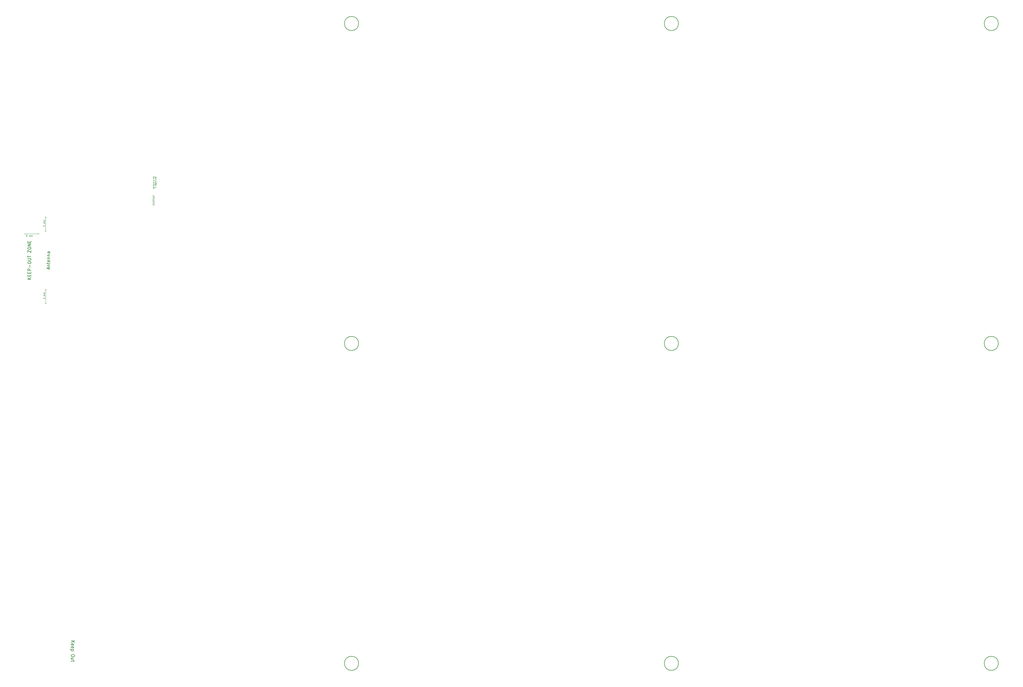
<source format=gbr>
%TF.GenerationSoftware,KiCad,Pcbnew,(6.0.4-0)*%
%TF.CreationDate,2022-10-08T22:35:33-04:00*%
%TF.ProjectId,chess-board-iot,63686573-732d-4626-9f61-72642d696f74,A*%
%TF.SameCoordinates,Original*%
%TF.FileFunction,Other,Comment*%
%FSLAX46Y46*%
G04 Gerber Fmt 4.6, Leading zero omitted, Abs format (unit mm)*
G04 Created by KiCad (PCBNEW (6.0.4-0)) date 2022-10-08 22:35:33*
%MOMM*%
%LPD*%
G01*
G04 APERTURE LIST*
%ADD10C,0.200000*%
%ADD11C,0.100000*%
%ADD12C,0.150000*%
%ADD13C,0.050000*%
%ADD14C,0.080000*%
G04 APERTURE END LIST*
D10*
%TO.C,J103*%
X61204180Y-227845714D02*
X62304180Y-227845714D01*
X61204180Y-228417142D02*
X61832752Y-227988571D01*
X62304180Y-228417142D02*
X61675609Y-227845714D01*
X61256561Y-229226666D02*
X61204180Y-229131428D01*
X61204180Y-228940952D01*
X61256561Y-228845714D01*
X61361323Y-228798095D01*
X61780371Y-228798095D01*
X61885133Y-228845714D01*
X61937514Y-228940952D01*
X61937514Y-229131428D01*
X61885133Y-229226666D01*
X61780371Y-229274285D01*
X61675609Y-229274285D01*
X61570847Y-228798095D01*
X61256561Y-230083809D02*
X61204180Y-229988571D01*
X61204180Y-229798095D01*
X61256561Y-229702857D01*
X61361323Y-229655238D01*
X61780371Y-229655238D01*
X61885133Y-229702857D01*
X61937514Y-229798095D01*
X61937514Y-229988571D01*
X61885133Y-230083809D01*
X61780371Y-230131428D01*
X61675609Y-230131428D01*
X61570847Y-229655238D01*
X61937514Y-230560000D02*
X60837514Y-230560000D01*
X61885133Y-230560000D02*
X61937514Y-230655238D01*
X61937514Y-230845714D01*
X61885133Y-230940952D01*
X61832752Y-230988571D01*
X61727990Y-231036190D01*
X61413704Y-231036190D01*
X61308942Y-230988571D01*
X61256561Y-230940952D01*
X61204180Y-230845714D01*
X61204180Y-230655238D01*
X61256561Y-230560000D01*
X62304180Y-232417142D02*
X62304180Y-232607619D01*
X62251800Y-232702857D01*
X62147038Y-232798095D01*
X61937514Y-232845714D01*
X61570847Y-232845714D01*
X61361323Y-232798095D01*
X61256561Y-232702857D01*
X61204180Y-232607619D01*
X61204180Y-232417142D01*
X61256561Y-232321904D01*
X61361323Y-232226666D01*
X61570847Y-232179047D01*
X61937514Y-232179047D01*
X62147038Y-232226666D01*
X62251800Y-232321904D01*
X62304180Y-232417142D01*
X61937514Y-233702857D02*
X61204180Y-233702857D01*
X61937514Y-233274285D02*
X61361323Y-233274285D01*
X61256561Y-233321904D01*
X61204180Y-233417142D01*
X61204180Y-233560000D01*
X61256561Y-233655238D01*
X61308942Y-233702857D01*
X61937514Y-234036190D02*
X61937514Y-234417142D01*
X62304180Y-234179047D02*
X61361323Y-234179047D01*
X61256561Y-234226666D01*
X61204180Y-234321904D01*
X61204180Y-234417142D01*
D11*
%TO.C,U102*%
X52323190Y-95888095D02*
X52323190Y-96126190D01*
X52561285Y-96150000D01*
X52537476Y-96126190D01*
X52513666Y-96078571D01*
X52513666Y-95959523D01*
X52537476Y-95911904D01*
X52561285Y-95888095D01*
X52608904Y-95864285D01*
X52727952Y-95864285D01*
X52775571Y-95888095D01*
X52799380Y-95911904D01*
X52823190Y-95959523D01*
X52823190Y-96078571D01*
X52799380Y-96126190D01*
X52775571Y-96150000D01*
X52823190Y-95269047D02*
X52489857Y-95269047D01*
X52537476Y-95269047D02*
X52513666Y-95245238D01*
X52489857Y-95197619D01*
X52489857Y-95126190D01*
X52513666Y-95078571D01*
X52561285Y-95054761D01*
X52823190Y-95054761D01*
X52561285Y-95054761D02*
X52513666Y-95030952D01*
X52489857Y-94983333D01*
X52489857Y-94911904D01*
X52513666Y-94864285D01*
X52561285Y-94840476D01*
X52823190Y-94840476D01*
X52823190Y-94602380D02*
X52489857Y-94602380D01*
X52537476Y-94602380D02*
X52513666Y-94578571D01*
X52489857Y-94530952D01*
X52489857Y-94459523D01*
X52513666Y-94411904D01*
X52561285Y-94388095D01*
X52823190Y-94388095D01*
X52561285Y-94388095D02*
X52513666Y-94364285D01*
X52489857Y-94316666D01*
X52489857Y-94245238D01*
X52513666Y-94197619D01*
X52561285Y-94173809D01*
X52823190Y-94173809D01*
X47158904Y-98876190D02*
X46920809Y-98876190D01*
X46897000Y-99114285D01*
X46920809Y-99090476D01*
X46968428Y-99066666D01*
X47087476Y-99066666D01*
X47135095Y-99090476D01*
X47158904Y-99114285D01*
X47182714Y-99161904D01*
X47182714Y-99280952D01*
X47158904Y-99328571D01*
X47135095Y-99352380D01*
X47087476Y-99376190D01*
X46968428Y-99376190D01*
X46920809Y-99352380D01*
X46897000Y-99328571D01*
X47777952Y-99376190D02*
X47777952Y-99042857D01*
X47777952Y-99090476D02*
X47801761Y-99066666D01*
X47849380Y-99042857D01*
X47920809Y-99042857D01*
X47968428Y-99066666D01*
X47992238Y-99114285D01*
X47992238Y-99376190D01*
X47992238Y-99114285D02*
X48016047Y-99066666D01*
X48063666Y-99042857D01*
X48135095Y-99042857D01*
X48182714Y-99066666D01*
X48206523Y-99114285D01*
X48206523Y-99376190D01*
X48444619Y-99376190D02*
X48444619Y-99042857D01*
X48444619Y-99090476D02*
X48468428Y-99066666D01*
X48516047Y-99042857D01*
X48587476Y-99042857D01*
X48635095Y-99066666D01*
X48658904Y-99114285D01*
X48658904Y-99376190D01*
X48658904Y-99114285D02*
X48682714Y-99066666D01*
X48730333Y-99042857D01*
X48801761Y-99042857D01*
X48849380Y-99066666D01*
X48873190Y-99114285D01*
X48873190Y-99376190D01*
X52323190Y-118888095D02*
X52323190Y-119126190D01*
X52561285Y-119150000D01*
X52537476Y-119126190D01*
X52513666Y-119078571D01*
X52513666Y-118959523D01*
X52537476Y-118911904D01*
X52561285Y-118888095D01*
X52608904Y-118864285D01*
X52727952Y-118864285D01*
X52775571Y-118888095D01*
X52799380Y-118911904D01*
X52823190Y-118959523D01*
X52823190Y-119078571D01*
X52799380Y-119126190D01*
X52775571Y-119150000D01*
X52823190Y-118269047D02*
X52489857Y-118269047D01*
X52537476Y-118269047D02*
X52513666Y-118245238D01*
X52489857Y-118197619D01*
X52489857Y-118126190D01*
X52513666Y-118078571D01*
X52561285Y-118054761D01*
X52823190Y-118054761D01*
X52561285Y-118054761D02*
X52513666Y-118030952D01*
X52489857Y-117983333D01*
X52489857Y-117911904D01*
X52513666Y-117864285D01*
X52561285Y-117840476D01*
X52823190Y-117840476D01*
X52823190Y-117602380D02*
X52489857Y-117602380D01*
X52537476Y-117602380D02*
X52513666Y-117578571D01*
X52489857Y-117530952D01*
X52489857Y-117459523D01*
X52513666Y-117411904D01*
X52561285Y-117388095D01*
X52823190Y-117388095D01*
X52561285Y-117388095D02*
X52513666Y-117364285D01*
X52489857Y-117316666D01*
X52489857Y-117245238D01*
X52513666Y-117197619D01*
X52561285Y-117173809D01*
X52823190Y-117173809D01*
D12*
X54138666Y-109711904D02*
X54138666Y-109235714D01*
X54424380Y-109807142D02*
X53424380Y-109473809D01*
X54424380Y-109140476D01*
X53757714Y-108807142D02*
X54424380Y-108807142D01*
X53852952Y-108807142D02*
X53805333Y-108759523D01*
X53757714Y-108664285D01*
X53757714Y-108521428D01*
X53805333Y-108426190D01*
X53900571Y-108378571D01*
X54424380Y-108378571D01*
X53757714Y-108045238D02*
X53757714Y-107664285D01*
X53424380Y-107902380D02*
X54281523Y-107902380D01*
X54376761Y-107854761D01*
X54424380Y-107759523D01*
X54424380Y-107664285D01*
X54376761Y-106950000D02*
X54424380Y-107045238D01*
X54424380Y-107235714D01*
X54376761Y-107330952D01*
X54281523Y-107378571D01*
X53900571Y-107378571D01*
X53805333Y-107330952D01*
X53757714Y-107235714D01*
X53757714Y-107045238D01*
X53805333Y-106950000D01*
X53900571Y-106902380D01*
X53995809Y-106902380D01*
X54091047Y-107378571D01*
X53757714Y-106473809D02*
X54424380Y-106473809D01*
X53852952Y-106473809D02*
X53805333Y-106426190D01*
X53757714Y-106330952D01*
X53757714Y-106188095D01*
X53805333Y-106092857D01*
X53900571Y-106045238D01*
X54424380Y-106045238D01*
X53757714Y-105569047D02*
X54424380Y-105569047D01*
X53852952Y-105569047D02*
X53805333Y-105521428D01*
X53757714Y-105426190D01*
X53757714Y-105283333D01*
X53805333Y-105188095D01*
X53900571Y-105140476D01*
X54424380Y-105140476D01*
X54424380Y-104235714D02*
X53900571Y-104235714D01*
X53805333Y-104283333D01*
X53757714Y-104378571D01*
X53757714Y-104569047D01*
X53805333Y-104664285D01*
X54376761Y-104235714D02*
X54424380Y-104330952D01*
X54424380Y-104569047D01*
X54376761Y-104664285D01*
X54281523Y-104711904D01*
X54186285Y-104711904D01*
X54091047Y-104664285D01*
X54043428Y-104569047D01*
X54043428Y-104330952D01*
X53995809Y-104235714D01*
X48424380Y-113021428D02*
X47424380Y-113021428D01*
X48424380Y-112450000D02*
X47852952Y-112878571D01*
X47424380Y-112450000D02*
X47995809Y-113021428D01*
X47900571Y-112021428D02*
X47900571Y-111688095D01*
X48424380Y-111545238D02*
X48424380Y-112021428D01*
X47424380Y-112021428D01*
X47424380Y-111545238D01*
X47900571Y-111116666D02*
X47900571Y-110783333D01*
X48424380Y-110640476D02*
X48424380Y-111116666D01*
X47424380Y-111116666D01*
X47424380Y-110640476D01*
X48424380Y-110211904D02*
X47424380Y-110211904D01*
X47424380Y-109830952D01*
X47472000Y-109735714D01*
X47519619Y-109688095D01*
X47614857Y-109640476D01*
X47757714Y-109640476D01*
X47852952Y-109688095D01*
X47900571Y-109735714D01*
X47948190Y-109830952D01*
X47948190Y-110211904D01*
X48043428Y-109211904D02*
X48043428Y-108450000D01*
X47424380Y-107783333D02*
X47424380Y-107592857D01*
X47472000Y-107497619D01*
X47567238Y-107402380D01*
X47757714Y-107354761D01*
X48091047Y-107354761D01*
X48281523Y-107402380D01*
X48376761Y-107497619D01*
X48424380Y-107592857D01*
X48424380Y-107783333D01*
X48376761Y-107878571D01*
X48281523Y-107973809D01*
X48091047Y-108021428D01*
X47757714Y-108021428D01*
X47567238Y-107973809D01*
X47472000Y-107878571D01*
X47424380Y-107783333D01*
X47424380Y-106926190D02*
X48233904Y-106926190D01*
X48329142Y-106878571D01*
X48376761Y-106830952D01*
X48424380Y-106735714D01*
X48424380Y-106545238D01*
X48376761Y-106450000D01*
X48329142Y-106402380D01*
X48233904Y-106354761D01*
X47424380Y-106354761D01*
X47424380Y-106021428D02*
X47424380Y-105450000D01*
X48424380Y-105735714D02*
X47424380Y-105735714D01*
X47424380Y-104450000D02*
X47424380Y-103783333D01*
X48424380Y-104450000D01*
X48424380Y-103783333D01*
X47424380Y-103211904D02*
X47424380Y-103021428D01*
X47472000Y-102926190D01*
X47567238Y-102830952D01*
X47757714Y-102783333D01*
X48091047Y-102783333D01*
X48281523Y-102830952D01*
X48376761Y-102926190D01*
X48424380Y-103021428D01*
X48424380Y-103211904D01*
X48376761Y-103307142D01*
X48281523Y-103402380D01*
X48091047Y-103450000D01*
X47757714Y-103450000D01*
X47567238Y-103402380D01*
X47472000Y-103307142D01*
X47424380Y-103211904D01*
X48424380Y-102354761D02*
X47424380Y-102354761D01*
X48424380Y-101783333D01*
X47424380Y-101783333D01*
X47900571Y-101307142D02*
X47900571Y-100973809D01*
X48424380Y-100830952D02*
X48424380Y-101307142D01*
X47424380Y-101307142D01*
X47424380Y-100830952D01*
D13*
%TO.C,J104*%
X87511714Y-84090428D02*
X87211714Y-84090428D01*
X87511714Y-83919000D01*
X87211714Y-83919000D01*
X87511714Y-83733285D02*
X87497428Y-83761857D01*
X87483142Y-83776142D01*
X87454571Y-83790428D01*
X87368857Y-83790428D01*
X87340285Y-83776142D01*
X87326000Y-83761857D01*
X87311714Y-83733285D01*
X87311714Y-83690428D01*
X87326000Y-83661857D01*
X87340285Y-83647571D01*
X87368857Y-83633285D01*
X87454571Y-83633285D01*
X87483142Y-83647571D01*
X87497428Y-83661857D01*
X87511714Y-83690428D01*
X87511714Y-83733285D01*
X87311714Y-83319000D02*
X87311714Y-83204714D01*
X87211714Y-83276142D02*
X87468857Y-83276142D01*
X87497428Y-83261857D01*
X87511714Y-83233285D01*
X87511714Y-83204714D01*
X87511714Y-83104714D02*
X87311714Y-83104714D01*
X87368857Y-83104714D02*
X87340285Y-83090428D01*
X87326000Y-83076142D01*
X87311714Y-83047571D01*
X87311714Y-83019000D01*
X87511714Y-82790428D02*
X87354571Y-82790428D01*
X87326000Y-82804714D01*
X87311714Y-82833285D01*
X87311714Y-82890428D01*
X87326000Y-82919000D01*
X87497428Y-82790428D02*
X87511714Y-82819000D01*
X87511714Y-82890428D01*
X87497428Y-82919000D01*
X87468857Y-82933285D01*
X87440285Y-82933285D01*
X87411714Y-82919000D01*
X87397428Y-82890428D01*
X87397428Y-82819000D01*
X87383142Y-82790428D01*
X87497428Y-82519000D02*
X87511714Y-82547571D01*
X87511714Y-82604714D01*
X87497428Y-82633285D01*
X87483142Y-82647571D01*
X87454571Y-82661857D01*
X87368857Y-82661857D01*
X87340285Y-82647571D01*
X87326000Y-82633285D01*
X87311714Y-82604714D01*
X87311714Y-82547571D01*
X87326000Y-82519000D01*
X87511714Y-82390428D02*
X87211714Y-82390428D01*
X87397428Y-82361857D02*
X87511714Y-82276142D01*
X87311714Y-82276142D02*
X87426000Y-82390428D01*
X87497428Y-82161857D02*
X87511714Y-82133285D01*
X87511714Y-82076142D01*
X87497428Y-82047571D01*
X87468857Y-82033285D01*
X87454571Y-82033285D01*
X87426000Y-82047571D01*
X87411714Y-82076142D01*
X87411714Y-82119000D01*
X87397428Y-82147571D01*
X87368857Y-82161857D01*
X87354571Y-82161857D01*
X87326000Y-82147571D01*
X87311714Y-82119000D01*
X87311714Y-82076142D01*
X87326000Y-82047571D01*
X87511714Y-81633285D02*
X87497428Y-81661857D01*
X87483142Y-81676142D01*
X87454571Y-81690428D01*
X87368857Y-81690428D01*
X87340285Y-81676142D01*
X87326000Y-81661857D01*
X87311714Y-81633285D01*
X87311714Y-81590428D01*
X87326000Y-81561857D01*
X87340285Y-81547571D01*
X87368857Y-81533285D01*
X87454571Y-81533285D01*
X87483142Y-81547571D01*
X87497428Y-81561857D01*
X87511714Y-81590428D01*
X87511714Y-81633285D01*
X87511714Y-81404714D02*
X87311714Y-81404714D01*
X87368857Y-81404714D02*
X87340285Y-81390428D01*
X87326000Y-81376142D01*
X87311714Y-81347571D01*
X87311714Y-81319000D01*
X87311714Y-81019000D02*
X87511714Y-80947571D01*
X87311714Y-80876142D01*
X87511714Y-80761857D02*
X87311714Y-80761857D01*
X87211714Y-80761857D02*
X87226000Y-80776142D01*
X87240285Y-80761857D01*
X87226000Y-80747571D01*
X87211714Y-80761857D01*
X87240285Y-80761857D01*
X87511714Y-80490428D02*
X87354571Y-80490428D01*
X87326000Y-80504714D01*
X87311714Y-80533285D01*
X87311714Y-80590428D01*
X87326000Y-80619000D01*
X87497428Y-80490428D02*
X87511714Y-80519000D01*
X87511714Y-80590428D01*
X87497428Y-80619000D01*
X87468857Y-80633285D01*
X87440285Y-80633285D01*
X87411714Y-80619000D01*
X87397428Y-80590428D01*
X87397428Y-80519000D01*
X87383142Y-80490428D01*
X87497428Y-80361857D02*
X87511714Y-80333285D01*
X87511714Y-80276142D01*
X87497428Y-80247571D01*
X87468857Y-80233285D01*
X87454571Y-80233285D01*
X87426000Y-80247571D01*
X87411714Y-80276142D01*
X87411714Y-80319000D01*
X87397428Y-80347571D01*
X87368857Y-80361857D01*
X87354571Y-80361857D01*
X87326000Y-80347571D01*
X87311714Y-80319000D01*
X87311714Y-80276142D01*
X87326000Y-80247571D01*
D14*
X87602190Y-89431619D02*
X87102190Y-89431619D01*
X87602190Y-89145904D02*
X87316476Y-89360190D01*
X87102190Y-89145904D02*
X87387904Y-89431619D01*
X87340285Y-88931619D02*
X87340285Y-88764952D01*
X87602190Y-88693523D02*
X87602190Y-88931619D01*
X87102190Y-88931619D01*
X87102190Y-88693523D01*
X87340285Y-88479238D02*
X87340285Y-88312571D01*
X87602190Y-88241142D02*
X87602190Y-88479238D01*
X87102190Y-88479238D01*
X87102190Y-88241142D01*
X87602190Y-88026857D02*
X87102190Y-88026857D01*
X87102190Y-87836380D01*
X87126000Y-87788761D01*
X87149809Y-87764952D01*
X87197428Y-87741142D01*
X87268857Y-87741142D01*
X87316476Y-87764952D01*
X87340285Y-87788761D01*
X87364095Y-87836380D01*
X87364095Y-88026857D01*
X87102190Y-87431619D02*
X87102190Y-87336380D01*
X87126000Y-87288761D01*
X87173619Y-87241142D01*
X87268857Y-87217333D01*
X87435523Y-87217333D01*
X87530761Y-87241142D01*
X87578380Y-87288761D01*
X87602190Y-87336380D01*
X87602190Y-87431619D01*
X87578380Y-87479238D01*
X87530761Y-87526857D01*
X87435523Y-87550666D01*
X87268857Y-87550666D01*
X87173619Y-87526857D01*
X87126000Y-87479238D01*
X87102190Y-87431619D01*
X87102190Y-87003047D02*
X87506952Y-87003047D01*
X87554571Y-86979238D01*
X87578380Y-86955428D01*
X87602190Y-86907809D01*
X87602190Y-86812571D01*
X87578380Y-86764952D01*
X87554571Y-86741142D01*
X87506952Y-86717333D01*
X87102190Y-86717333D01*
X87102190Y-86550666D02*
X87102190Y-86264952D01*
X87602190Y-86407809D02*
X87102190Y-86407809D01*
D13*
X88146714Y-83897571D02*
X87946714Y-83897571D01*
X87846714Y-83897571D02*
X87861000Y-83911857D01*
X87875285Y-83897571D01*
X87861000Y-83883285D01*
X87846714Y-83897571D01*
X87875285Y-83897571D01*
X87946714Y-83754714D02*
X88146714Y-83754714D01*
X87975285Y-83754714D02*
X87961000Y-83740428D01*
X87946714Y-83711857D01*
X87946714Y-83669000D01*
X87961000Y-83640428D01*
X87989571Y-83626142D01*
X88146714Y-83626142D01*
X88146714Y-83254714D02*
X87846714Y-83254714D01*
X88032428Y-83226142D02*
X88146714Y-83140428D01*
X87946714Y-83140428D02*
X88061000Y-83254714D01*
X88132428Y-82897571D02*
X88146714Y-82926142D01*
X88146714Y-82983285D01*
X88132428Y-83011857D01*
X88103857Y-83026142D01*
X87989571Y-83026142D01*
X87961000Y-83011857D01*
X87946714Y-82983285D01*
X87946714Y-82926142D01*
X87961000Y-82897571D01*
X87989571Y-82883285D01*
X88018142Y-82883285D01*
X88046714Y-83026142D01*
X88132428Y-82640428D02*
X88146714Y-82669000D01*
X88146714Y-82726142D01*
X88132428Y-82754714D01*
X88103857Y-82769000D01*
X87989571Y-82769000D01*
X87961000Y-82754714D01*
X87946714Y-82726142D01*
X87946714Y-82669000D01*
X87961000Y-82640428D01*
X87989571Y-82626142D01*
X88018142Y-82626142D01*
X88046714Y-82769000D01*
X87946714Y-82497571D02*
X88246714Y-82497571D01*
X87961000Y-82497571D02*
X87946714Y-82469000D01*
X87946714Y-82411857D01*
X87961000Y-82383285D01*
X87975285Y-82369000D01*
X88003857Y-82354714D01*
X88089571Y-82354714D01*
X88118142Y-82369000D01*
X88132428Y-82383285D01*
X88146714Y-82411857D01*
X88146714Y-82469000D01*
X88132428Y-82497571D01*
X88146714Y-82183285D02*
X88132428Y-82211857D01*
X88118142Y-82226142D01*
X88089571Y-82240428D01*
X88003857Y-82240428D01*
X87975285Y-82226142D01*
X87961000Y-82211857D01*
X87946714Y-82183285D01*
X87946714Y-82140428D01*
X87961000Y-82111857D01*
X87975285Y-82097571D01*
X88003857Y-82083285D01*
X88089571Y-82083285D01*
X88118142Y-82097571D01*
X88132428Y-82111857D01*
X88146714Y-82140428D01*
X88146714Y-82183285D01*
X87946714Y-81826142D02*
X88146714Y-81826142D01*
X87946714Y-81954714D02*
X88103857Y-81954714D01*
X88132428Y-81940428D01*
X88146714Y-81911857D01*
X88146714Y-81869000D01*
X88132428Y-81840428D01*
X88118142Y-81826142D01*
X87946714Y-81726142D02*
X87946714Y-81611857D01*
X87846714Y-81683285D02*
X88103857Y-81683285D01*
X88132428Y-81669000D01*
X88146714Y-81640428D01*
X88146714Y-81611857D01*
X88146714Y-81154714D02*
X87989571Y-81154714D01*
X87961000Y-81169000D01*
X87946714Y-81197571D01*
X87946714Y-81254714D01*
X87961000Y-81283285D01*
X88132428Y-81154714D02*
X88146714Y-81183285D01*
X88146714Y-81254714D01*
X88132428Y-81283285D01*
X88103857Y-81297571D01*
X88075285Y-81297571D01*
X88046714Y-81283285D01*
X88032428Y-81254714D01*
X88032428Y-81183285D01*
X88018142Y-81154714D01*
X88146714Y-81011857D02*
X87946714Y-81011857D01*
X88003857Y-81011857D02*
X87975285Y-80997571D01*
X87961000Y-80983285D01*
X87946714Y-80954714D01*
X87946714Y-80926142D01*
X88132428Y-80711857D02*
X88146714Y-80740428D01*
X88146714Y-80797571D01*
X88132428Y-80826142D01*
X88103857Y-80840428D01*
X87989571Y-80840428D01*
X87961000Y-80826142D01*
X87946714Y-80797571D01*
X87946714Y-80740428D01*
X87961000Y-80711857D01*
X87989571Y-80697571D01*
X88018142Y-80697571D01*
X88046714Y-80840428D01*
X88146714Y-80440428D02*
X87989571Y-80440428D01*
X87961000Y-80454714D01*
X87946714Y-80483285D01*
X87946714Y-80540428D01*
X87961000Y-80569000D01*
X88132428Y-80440428D02*
X88146714Y-80469000D01*
X88146714Y-80540428D01*
X88132428Y-80569000D01*
X88103857Y-80583285D01*
X88075285Y-80583285D01*
X88046714Y-80569000D01*
X88032428Y-80540428D01*
X88032428Y-80469000D01*
X88018142Y-80440428D01*
D12*
%TO.C,H104*%
X355704580Y-31750000D02*
G75*
G03*
X355704580Y-31750000I-2250000J0D01*
G01*
D11*
%TO.C,U102*%
X53097000Y-97750000D02*
X53097000Y-93150000D01*
X53097000Y-97750000D02*
X53297000Y-97550000D01*
X53097000Y-120750000D02*
X52897000Y-120550000D01*
X50972000Y-98550000D02*
X50772000Y-98350000D01*
X50972000Y-98550000D02*
X46372000Y-98550000D01*
X53097000Y-116150000D02*
X53297000Y-116350000D01*
X53097000Y-97750000D02*
X52897000Y-97550000D01*
X50972000Y-98550000D02*
X50772000Y-98750000D01*
X53097000Y-120750000D02*
X53297000Y-120550000D01*
X53097000Y-120750000D02*
X53097000Y-116150000D01*
X53097000Y-93150000D02*
X53297000Y-93350000D01*
X46372000Y-98550000D02*
X46572000Y-98350000D01*
X53097000Y-116150000D02*
X52897000Y-116350000D01*
X46372000Y-98550000D02*
X46572000Y-98750000D01*
X53097000Y-93150000D02*
X52897000Y-93350000D01*
D12*
%TO.C,H109*%
X254104580Y-133350000D02*
G75*
G03*
X254104580Y-133350000I-2250000J0D01*
G01*
%TO.C,H108*%
X355704580Y-234950000D02*
G75*
G03*
X355704580Y-234950000I-2250000J0D01*
G01*
%TO.C,H101*%
X254104580Y-31750000D02*
G75*
G03*
X254104580Y-31750000I-2250000J0D01*
G01*
%TO.C,H107*%
X152504580Y-31750000D02*
G75*
G03*
X152504580Y-31750000I-2250000J0D01*
G01*
%TO.C,H106*%
X152504580Y-133350000D02*
G75*
G03*
X152504580Y-133350000I-2250000J0D01*
G01*
%TO.C,H103*%
X355704580Y-133350000D02*
G75*
G03*
X355704580Y-133350000I-2250000J0D01*
G01*
%TO.C,H105*%
X254104580Y-234950000D02*
G75*
G03*
X254104580Y-234950000I-2250000J0D01*
G01*
%TO.C,H102*%
X152504580Y-234950000D02*
G75*
G03*
X152504580Y-234950000I-2250000J0D01*
G01*
%TD*%
M02*

</source>
